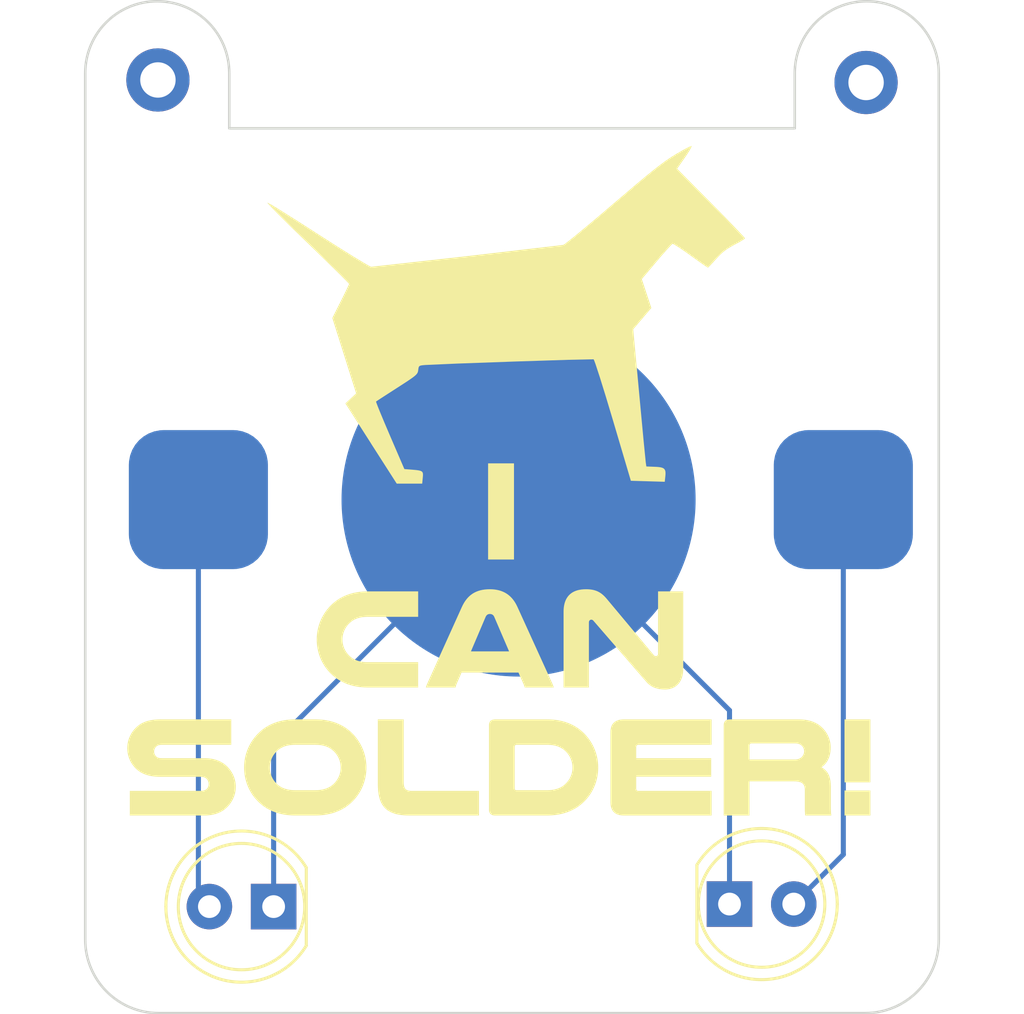
<source format=kicad_pcb>
(kicad_pcb (version 20240108) (generator "pcbnew") (generator_version "8.0")
  (layers (0 "F.Cu" signal) (31 "B.Cu" signal) (34 "B.Paste" user) (35 "F.Paste" user) (36 "B.SilkS" user "B.Silkscreen") (37 "F.SilkS" user "F.Silkscreen") (38 "B.Mask" user) (39 "F.Mask" user) (44 "Edge.Cuts" user))
  (net 0 "")
  (net 1 "GND")
  (net 2 "VCC")
  (footprint "Connector_PinHeader_1.00mm:PinHeader_1x01_P1.00mm_Vertical" (layer "F.Cu") (at 154.8 53.9)
    (property "Reference" "J3" (hide yes))
    (property "Value" "Conn_01x01_Pin")
  )
  (footprint "LED_THT:LED_D5.0mm" (layer "F.Cu") (at 149.4 86.4)
    (property "Reference" "D2" (hide yes))
    (property "Value" "LED" (hide yes))
  )
  (footprint "LED_THT:LED_D5.0mm" (layer "F.Cu") (at 131.375 86.5 180)
    (property "Reference" "D1" (hide yes))
    (property "Value" "LED")
  )
  (footprint "Connector_PinHeader_1.00mm:PinHeader_1x01_P1.00mm_Vertical" (layer "F.Cu") (at 126.8 53.8)
    (property "Reference" "J2" (hide yes))
    (property "Value" "Conn_01x01_Pin")
  )
  (footprint "CDOG:CR2032_Battery_Holder_from_switch" (layer "F.Cu") (at 141.15 70.4)
    (property "Reference" "J1" (hide yes))
    (property "Value" "Conn_01x03_Pin")
  )
  (gr_poly (pts (xy 143.788272 73.946523) (xy 143.851285 73.950039) (xy 143.911562 73.956061) (xy 143.969317 73.964719) (xy 144.024765 73.976147) (xy 144.07812 73.990475) (xy 144.129595 74.007836) (xy 144.179406 74.028361) (xy 144.227767 74.052183) (xy 144.274891 74.079433) (xy 144.320993 74.110243) (xy 144.366288 74.144745) (xy 144.41099 74.18307) (xy 144.455312 74.225352) (xy 144.499469 74.271721) (xy 144.543676 74.322309) (xy 146.400192 76.544496) (xy 146.402845 76.548092) (xy 146.405531 76.551496) (xy 146.408247 76.554712) (xy 146.410993 76.557745) (xy 146.413768 76.560601) (xy 146.416571 76.563284) (xy 146.4194 76.5658) (xy 146.422255 76.568155) (xy 146.425135 76.570352) (xy 146.428039 76.572398) (xy 146.433913 76.576056) (xy 146.43987 76.579169) (xy 146.445901 76.581779) (xy 146.451997 76.583928) (xy 146.458152 76.585655) (xy 146.464356 76.587004) (xy 146.470602 76.588015) (xy 146.47688 76.588729) (xy 146.483183 76.589188) (xy 146.489504 76.589433) (xy 146.495832 76.589506) (xy 146.504134 76.58911) (xy 146.508176 76.588616) (xy 146.512139 76.587923) (xy 146.51602 76.587033) (xy 146.519814 76.585946) (xy 146.523518 76.58466) (xy 146.527127 76.583177) (xy 146.530637 76.581496) (xy 146.534044 76.579617) (xy 146.537343 76.57754) (xy 146.540532 76.575266) (xy 146.543605 76.572794) (xy 146.546559 76.570124) (xy 146.549389 76.567256) (xy 146.552091 76.564191) (xy 146.554661 76.560927) (xy 146.557096 76.557466) (xy 146.55939 76.553807) (xy 146.56154 76.549951) (xy 146.563542 76.545896) (xy 146.565391 76.541644) (xy 146.567083 76.537194) (xy 146.568615 76.532546) (xy 146.569983 76.5277) (xy 146.571181 76.522657) (xy 146.572206 76.517416) (xy 146.573054 76.511977) (xy 146.573721 76.50634) (xy 146.574202 76.500505) (xy 146.574592 76.488243) (xy 146.574592 74.029767) (xy 147.57036 74.029767) (xy 147.570356 77.095828) (xy 147.56936 77.148655) (xy 147.566411 77.199554) (xy 147.561567 77.248541) (xy 147.554885 77.295632) (xy 147.546423 77.340845) (xy 147.536239 77.384195) (xy 147.52439 77.425699) (xy 147.510933 77.465373) (xy 147.495928 77.503235) (xy 147.479431 77.5393) (xy 147.4615 77.573585) (xy 147.442193 77.606106) (xy 147.421568 77.63688) (xy 147.399681 77.665924) (xy 147.376591 77.693254) (xy 147.352356 77.718886) (xy 147.327033 77.742836) (xy 147.30068 77.765123) (xy 147.273354 77.785761) (xy 147.245114 77.804767) (xy 147.216017 77.822158) (xy 147.18612 77.83795) (xy 147.155482 77.85216) (xy 147.124159 77.864805) (xy 147.092211 77.8759) (xy 147.059693 77.885462) (xy 147.026665 77.893508) (xy 146.993183 77.900054) (xy 146.959306 77.905116) (xy 146.925091 77.908712) (xy 146.890596 77.910858) (xy 146.855879 77.911569) (xy 146.796672 77.910507) (xy 146.739286 77.907295) (xy 146.683697 77.90189) (xy 146.629879 77.894252) (xy 146.577809 77.88434) (xy 146.527461 77.872112) (xy 146.478811 77.857527) (xy 146.431834 77.840544) (xy 146.386505 77.821122) (xy 146.342799 77.799219) (xy 146.300692 77.774794) (xy 146.260159 77.747806) (xy 146.221175 77.718215) (xy 146.183716 77.685978) (xy 146.147757 77.651054) (xy 146.113273 77.613403) (xy 144.026102 75.199933) (xy 144.020826 75.193803) (xy 144.015542 75.188068) (xy 144.010242 75.182728) (xy 144.004917 75.177784) (xy 143.999559 75.173235) (xy 143.99416 75.169082) (xy 143.988711 75.165324) (xy 143.983205 75.161962) (xy 143.977633 75.158995) (xy 143.971986 75.156424) (xy 143.966258 75.154248) (xy 143.960439 75.152468) (xy 143.954521 75.151083) (xy 143.948496 75.150094) (xy 143.942356 75.149501) (xy 143.936092 75.149303) (xy 143.931363 75.149418) (xy 143.926674 75.149762) (xy 143.922033 75.150332) (xy 143.917446 75.151127) (xy 143.912921 75.152144) (xy 143.908465 75.153382) (xy 143.904085 75.154838) (xy 143.899789 75.156511) (xy 143.895583 75.158397) (xy 143.891475 75.160496) (xy 143.887472 75.162806) (xy 143.883581 75.165323) (xy 143.87981 75.168046) (xy 143.876166 75.170973) (xy 143.872655 75.174102) (xy 143.869285 75.177431) (xy 143.866064 75.180958) (xy 143.862999 75.18468) (xy 143.860096 75.188597) (xy 143.857363 75.192704) (xy 143.854808 75.197002) (xy 143.852436 75.201486) (xy 143.850257 75.206156) (xy 143.848276 75.21101) (xy 143.846501 75.216045) (xy 143.844939 75.221259) (xy 143.843598 75.22665) (xy 143.842485 75.232217) (xy 143.841606 75.237956) (xy 143.84097 75.243867) (xy 143.840583 75.249946) (xy 143.840452 75.256193) (xy 143.840452 77.832809) (xy 142.839059 77.832809) (xy 142.839059 74.834257) (xy 142.84014 74.774785) (xy 142.843354 74.717657) (xy 142.84866 74.662843) (xy 142.856014 74.610312) (xy 142.865375 74.560036) (xy 142.8767 74.511983) (xy 142.889947 74.466125) (xy 142.905075 74.42243) (xy 142.92204 74.380871) (xy 142.9408 74.341415) (xy 142.961314 74.304035) (xy 142.983539 74.268699) (xy 143.007433 74.235378) (xy 143.032953 74.204042) (xy 143.060057 74.174661) (xy 143.088704 74.147206) (xy 143.11885 74.121646) (xy 143.150454 74.097951) (xy 143.183474 74.076093) (xy 143.217866 74.05604) (xy 143.25359 74.037762) (xy 143.290602 74.021231) (xy 143.32886 74.006416) (xy 143.368323 73.993288) (xy 143.408948 73.981816) (xy 143.450692 73.97197) (xy 143.537372 73.957039) (xy 143.628023 73.948255) (xy 143.722309 73.945381)) (stroke (width -0.000001)) (fill solid) (layer "F.SilkS"))
  (gr_poly (pts (xy 142.189274 79.092988) (xy 142.302415 79.095212) (xy 142.411921 79.101812) (xy 142.517851 79.11268) (xy 142.620263 79.12771) (xy 142.719213 79.146795) (xy 142.81476 79.169827) (xy 142.90696 79.196699) (xy 142.995873 79.227304) (xy 143.081555 79.261535) (xy 143.164065 79.299286) (xy 143.243459 79.340448) (xy 143.319796 79.384914) (xy 143.393133 79.432579) (xy 143.463529 79.483333) (xy 143.53104 79.537071) (xy 143.595724 79.593685) (xy 143.664726 79.66084) (xy 143.730292 79.731406) (xy 143.792282 79.805237) (xy 143.850555 79.882182) (xy 143.904971 79.962094) (xy 143.95539 80.044825) (xy 144.001673 80.130225) (xy 144.043678 80.218148) (xy 144.081266 80.308443) (xy 144.114297 80.400964) (xy 144.142631 80.495562) (xy 144.166127 80.592088) (xy 144.184646 80.690393) (xy 144.198047 80.790331) (xy 144.206191 80.891752) (xy 144.208936 80.994508) (xy 144.206777 81.087779) (xy 144.200366 81.179764) (xy 144.189801 81.270365) (xy 144.175182 81.359482) (xy 144.156607 81.447017) (xy 144.134175 81.532871) (xy 144.107986 81.616945) (xy 144.078137 81.699139) (xy 144.044728 81.779357) (xy 144.007859 81.857497) (xy 143.967626 81.933462) (xy 143.924131 82.007152) (xy 143.877471 82.078469) (xy 143.827745 82.147314) (xy 143.775052 82.213587) (xy 143.719492 82.277191) (xy 143.652305 82.347183) (xy 143.581517 82.413615) (xy 143.507086 82.476356) (xy 143.428972 82.535273) (xy 143.347133 82.590234) (xy 143.261528 82.641108) (xy 143.172116 82.687763) (xy 143.078854 82.730066) (xy 142.981704 82.767886) (xy 142.880622 82.801092) (xy 142.775568 82.829551) (xy 142.666501 82.853131) (xy 142.55338 82.871701) (xy 142.436162 82.885128) (xy 142.314808 82.893281) (xy 142.189275 82.896028) (xy 140.135858 82.896028) (xy 140.106193 82.895104) (xy 140.092055 82.893947) (xy 140.078381 82.892325) (xy 140.065174 82.890238) (xy 140.052432 82.887684) (xy 140.040159 82.884662) (xy 140.028354 82.881172) (xy 140.017019 82.877212) (xy 140.006154 82.872781) (xy 139.995762 82.867879) (xy 139.985842 82.862503) (xy 139.976396 82.856654) (xy 139.967425 82.85033) (xy 139.958929 82.84353) (xy 139.950911 82.836253) (xy 139.943371 82.828498) (xy 139.936309 82.820264) (xy 139.929728 82.81155) (xy 139.923628 82.802355) (xy 139.918009 82.792678) (xy 139.912874 82.782517) (xy 139.908223 82.771873) (xy 139.904058 82.760743) (xy 139.900378 82.749127) (xy 139.897186 82.737024) (xy 139.894482 82.724433) (xy 139.892267 82.711352) (xy 139.890543 82.697781) (xy 139.88931 82.683718) (xy 139.88857 82.669163) (xy 139.888323 82.654115) (xy 139.888323 80.178768) (xy 140.906591 80.178768) (xy 140.906591 81.815875) (xy 140.906856 81.826031) (xy 140.907189 81.830818) (xy 140.907657 81.835413) (xy 140.908261 81.839818) (xy 140.909002 81.844036) (xy 140.909881 81.848068) (xy 140.910899 81.851917) (xy 140.912057 81.855584) (xy 140.913357 81.859073) (xy 140.914798 81.862384) (xy 140.916383 81.86552) (xy 140.918112 81.868483) (xy 140.919986 81.871274) (xy 140.922006 81.873897) (xy 140.924174 81.876353) (xy 140.92649 81.878645) (xy 140.928956 81.880773) (xy 140.931572 81.882741) (xy 140.934339 81.88455) (xy 140.937258 81.886202) (xy 140.940332 81.8877) (xy 140.943559 81.889046) (xy 140.946943 81.890241) (xy 140.950482 81.891288) (xy 140.95418 81.892188) (xy 140.958035 81.892945) (xy 140.962051 81.893559) (xy 140.966227 81.894033) (xy 140.970565 81.894369) (xy 140.97973 81.894636) (xy 142.189277 81.894636) (xy 142.255412 81.893328) (xy 142.318835 81.889449) (xy 142.379605 81.883065) (xy 142.437779 81.874242) (xy 142.493415 81.863045) (xy 142.54657 81.849541) (xy 142.597302 81.833795) (xy 142.645669 81.815874) (xy 142.691729 81.795843) (xy 142.735539 81.773769) (xy 142.777157 81.749716) (xy 142.816641 81.723752) (xy 142.854048 81.695941) (xy 142.889436 81.666351) (xy 142.922862 81.635047) (xy 142.954385 81.602094) (xy 142.981144 81.571909) (xy 143.006534 81.540463) (xy 143.030507 81.507814) (xy 143.053013 81.474019) (xy 143.074003 81.439137) (xy 143.093427 81.403224) (xy 143.111235 81.366339) (xy 143.127379 81.328539) (xy 143.141808 81.289882) (xy 143.154475 81.250426) (xy 143.165328 81.210228) (xy 143.174318 81.169346) (xy 143.181397 81.127838) (xy 143.186514 81.085762) (xy 143.189621 81.043174) (xy 143.190668 81.000133) (xy 143.189425 80.952877) (xy 143.185734 80.906098) (xy 143.179654 80.85988) (xy 143.171241 80.814305) (xy 143.160554 80.769455) (xy 143.14765 80.725413) (xy 143.132587 80.682261) (xy 143.115423 80.640081) (xy 143.096215 80.598956) (xy 143.07502 80.558968) (xy 143.051898 80.5202) (xy 143.026904 80.482735) (xy 143.000098 80.446653) (xy 142.971536 80.412038) (xy 142.941277 80.378973) (xy 142.909378 80.347539) (xy 142.878175 80.319728) (xy 142.84567 80.293292) (xy 142.811747 80.268291) (xy 142.776292 80.244781) (xy 142.739189 80.22282) (xy 142.700322 80.202467) (xy 142.659576 80.183777) (xy 142.616836 80.166811) (xy 142.571986 80.151624) (xy 142.524911 80.138275) (xy 142.475496 80.126821) (xy 142.423625 80.117321) (xy 142.369183 80.109831) (xy 142.312054 80.10441) (xy 142.252123 80.101115) (xy 142.189275 80.100004) (xy 140.97973 80.100007) (xy 140.970564 80.100274) (xy 140.962048 80.101084) (xy 140.958032 80.101698) (xy 140.954176 80.102455) (xy 140.950478 80.103355) (xy 140.946938 80.104402) (xy 140.943555 80.105597) (xy 140.940327 80.106943) (xy 140.937254 80.108441) (xy 140.934335 80.110094) (xy 140.931567 80.111903) (xy 140.928952 80.113871) (xy 140.926487 80.115999) (xy 140.924171 80.11829) (xy 140.922003 80.120746) (xy 140.919983 80.123369) (xy 140.918109 80.126161) (xy 140.91638 80.129124) (xy 140.914796 80.13226) (xy 140.913355 80.135571) (xy 140.912056 80.139059) (xy 140.910898 80.142727) (xy 140.90988 80.146576) (xy 140.909001 80.150608) (xy 140.90826 80.154826) (xy 140.907657 80.159231) (xy 140.906856 80.168612) (xy 140.906591 80.178768) (xy 139.888323 80.178768) (xy 139.888323 79.329271) (xy 139.88857 79.314734) (xy 139.88931 79.300658) (xy 139.890543 79.287044) (xy 139.892267 79.273891) (xy 139.894482 79.2612) (xy 139.897186 79.248971) (xy 139.900378 79.237202) (xy 139.904057 79.225896) (xy 139.908223 79.215051) (xy 139.912874 79.204667) (xy 139.918009 79.194745) (xy 139.923627 79.185284) (xy 139.929727 79.176285) (xy 139.936308 79.167748) (xy 139.943369 79.159672) (xy 139.95091 79.152057) (xy 139.958928 79.144904) (xy 139.967423 79.138212) (xy 139.976394 79.131982) (xy 139.98584 79.126214) (xy 139.99576 79.120906) (xy 140.006153 79.116061) (xy 140.017017 79.111677) (xy 140.028352 79.107754) (xy 140.040157 79.104293) (xy 140.052431 79.101293) (xy 140.065172 79.098755) (xy 140.07838 79.096678) (xy 140.092054 79.095063) (xy 140.106192 79.093909) (xy 140.135858 79.092986)) (stroke (width -0.000001)) (fill solid) (layer "F.SilkS"))
  (gr_poly (pts (xy 140.016394 73.948086) (xy 140.063436 73.951472) (xy 140.109475 73.956215) (xy 140.154517 73.962317) (xy 140.198567 73.969782) (xy 140.241633 73.97861) (xy 140.283721 73.988805) (xy 140.324836 74.000367) (xy 140.364985 74.013299) (xy 140.404173 74.027604) (xy 140.442408 74.043283) (xy 140.479695 74.060337) (xy 140.516041 74.078771) (xy 140.551451 74.098584) (xy 140.585932 74.11978) (xy 140.61949 74.142361) (xy 140.652131 74.166328) (xy 140.683862 74.191683) (xy 140.714688 74.218429) (xy 140.744616 74.246568) (xy 140.773652 74.276102) (xy 140.801802 74.307033) (xy 140.829072 74.339362) (xy 140.855469 74.373092) (xy 140.880998 74.408226) (xy 140.905666 74.444764) (xy 140.92948 74.48271) (xy 140.952444 74.522065) (xy 140.974565 74.562831) (xy 141.016306 74.648605) (xy 142.389009 77.664033) (xy 142.399052 77.686745) (xy 142.408171 77.7086) (xy 142.416499 77.729795) (xy 142.424168 77.750529) (xy 142.431309 77.771) (xy 142.438055 77.791404) (xy 142.444538 77.811941) (xy 142.450889 77.832807) (xy 141.303226 77.832807) (xy 141.301051 77.823442) (xy 141.298752 77.814325) (xy 141.296338 77.805438) (xy 141.293817 77.796765) (xy 141.288488 77.779997) (xy 141.282829 77.763889) (xy 141.276907 77.748308) (xy 141.270787 77.733123) (xy 141.258217 77.703412) (xy 141.055689 77.242097) (xy 138.805367 77.242097) (xy 138.608464 77.697788) (xy 138.595977 77.731543) (xy 138.590062 77.74842) (xy 138.584544 77.765297) (xy 138.579554 77.782174) (xy 138.575226 77.799051) (xy 138.573351 77.80749) (xy 138.571691 77.815929) (xy 138.570263 77.824368) (xy 138.569084 77.832807) (xy 137.393292 77.832807) (xy 137.406122 77.791404) (xy 137.412868 77.771) (xy 137.42001 77.750529) (xy 137.42768 77.729794) (xy 137.436009 77.708599) (xy 137.445129 77.686744) (xy 137.455172 77.664033) (xy 138.024133 76.403856) (xy 139.176668 76.403856) (xy 140.684383 76.403856) (xy 140.0993 75.042411) (xy 140.096037 75.034647) (xy 140.092582 75.027177) (xy 140.088939 75.019998) (xy 140.085114 75.013105) (xy 140.081112 75.006498) (xy 140.076938 75.000171) (xy 140.072597 74.994123) (xy 140.068094 74.988349) (xy 140.063435 74.982848) (xy 140.058624 74.977616) (xy 140.053667 74.972649) (xy 140.048569 74.967945) (xy 140.043335 74.963501) (xy 140.03797 74.959313) (xy 140.026868 74.951694) (xy 140.015305 74.945065) (xy 140.003322 74.939399) (xy 139.990959 74.934673) (xy 139.978258 74.930862) (xy 139.965261 74.927941) (xy 139.952008 74.925885) (xy 139.93854 74.92467) (xy 139.9249 74.92427) (xy 139.912312 74.924608) (xy 139.89988 74.925655) (xy 139.88763 74.927459) (xy 139.875585 74.930072) (xy 139.863772 74.933542) (xy 139.85796 74.935613) (xy 139.852214 74.937918) (xy 139.846539 74.940461) (xy 139.840936 74.94325) (xy 139.83541 74.94629) (xy 139.829964 74.949587) (xy 139.824599 74.953148) (xy 139.81932 74.956979) (xy 139.81413 74.961086) (xy 139.809032 74.965476) (xy 139.804028 74.970153) (xy 139.799122 74.975126) (xy 139.794317 74.980399) (xy 139.789616 74.985979) (xy 139.785023 74.991872) (xy 139.780539 74.998085) (xy 139.776169 75.004623) (xy 139.771915 75.011492) (xy 139.767781 75.0187) (xy 139.763769 75.026251) (xy 139.759883 75.034153) (xy 139.756126 75.042411) (xy 139.176668 76.403856) (xy 138.024133 76.403856) (xy 138.816617 74.648605) (xy 138.858235 74.562831) (xy 138.902993 74.48271) (xy 138.950998 74.408226) (xy 139.002356 74.339362) (xy 139.057176 74.276102) (xy 139.115565 74.218429) (xy 139.177629 74.166328) (xy 139.243475 74.11978) (xy 139.313211 74.078771) (xy 139.386944 74.043283) (xy 139.464781 74.013299) (xy 139.546829 73.988805) (xy 139.633195 73.969782) (xy 139.723987 73.956215) (xy 139.819311 73.948086) (xy 139.919275 73.945381)) (stroke (width -0.000001)) (fill solid) (layer "F.SilkS"))
  (gr_poly (pts (xy 148.692693 79.092988) (xy 148.692693 80.100006) (xy 145.801033 80.100006) (xy 145.79533 80.100104) (xy 145.789824 80.1004) (xy 145.784514 80.100891) (xy 145.779399 80.101577) (xy 145.774477 80.102457) (xy 145.769748 80.103529) (xy 145.76521 80.104793) (xy 145.760863 80.106247) (xy 145.756705 80.107891) (xy 145.752736 80.109724) (xy 145.748955 80.111744) (xy 145.74536 80.113951) (xy 145.74195 80.116343) (xy 145.738725 80.118919) (xy 145.735683 80.121679) (xy 145.732823 80.124621) (xy 145.730144 80.127744) (xy 145.727646 80.131047) (xy 145.725327 80.13453) (xy 145.723187 80.138191) (xy 145.721223 80.142029) (xy 145.719436 80.146044) (xy 145.717823 80.150233) (xy 145.716385 80.154596) (xy 145.71512 80.159133) (xy 145.714027 80.163841) (xy 145.713105 80.16872) (xy 145.712353 80.17377) (xy 145.711354 80.184374) (xy 145.711023 80.195646) (xy 145.711023 80.628831) (xy 148.675821 80.628831) (xy 148.675821 81.360185) (xy 145.711025 81.360185) (xy 145.711025 81.8215) (xy 145.711356 81.833763) (xy 145.711771 81.839598) (xy 145.712354 81.845235) (xy 145.713107 81.850674) (xy 145.714029 81.855915) (xy 145.715122 81.860959) (xy 145.716387 81.865804) (xy 145.717825 81.870452) (xy 145.719438 81.874902) (xy 145.721225 81.879155) (xy 145.723189 81.883209) (xy 145.725329 81.887066) (xy 145.727648 81.890725) (xy 145.730146 81.894186) (xy 145.732825 81.897449) (xy 145.735684 81.900514) (xy 145.738726 81.903382) (xy 145.741952 81.906052) (xy 145.745362 81.908524) (xy 145.748957 81.910798) (xy 145.752738 81.912875) (xy 145.756707 81.914754) (xy 145.760865 81.916435) (xy 145.765212 81.917918) (xy 145.76975 81.919204) (xy 145.774479 81.920291) (xy 145.779401 81.921181) (xy 145.784516 81.921873) (xy 145.789826 81.922368) (xy 145.795332 81.922664) (xy 145.801035 81.922763) (xy 148.692695 81.922763) (xy 148.692695 82.896028) (xy 145.227203 82.896028) (xy 145.162793 82.893983) (xy 145.132124 82.891425) (xy 145.10248 82.887842) (xy 145.073861 82.883233) (xy 145.04627 82.877597) (xy 145.019706 82.870933) (xy 144.994172 82.86324) (xy 144.969668 82.854517) (xy 144.946195 82.844762) (xy 144.923754 82.833976) (xy 144.902346 82.822156) (xy 144.881973 82.809302) (xy 144.862635 82.795413) (xy 144.844333 82.780487) (xy 144.827068 82.764525) (xy 144.810842 82.747523) (xy 144.795655 82.729483) (xy 144.781509 82.710402) (xy 144.768404 82.690279) (xy 144.756342 82.669114) (xy 144.745323 82.646906) (xy 144.735348 82.623653) (xy 144.726419 82.599354) (xy 144.718537 82.574009) (xy 144.711702 82.547617) (xy 144.705916 82.520175) (xy 144.70118 82.491684) (xy 144.697495 82.462142) (xy 144.694861 82.431549) (xy 144.69328 82.399902) (xy 144.692753 82.367202) (xy 144.692753 79.604934) (xy 144.69328 79.573272) (xy 144.694862 79.542631) (xy 144.697499 79.51301) (xy 144.701191 79.484408) (xy 144.705938 79.456823) (xy 144.71174 79.430255) (xy 144.718596 79.404703) (xy 144.726508 79.380166) (xy 144.735474 79.356642) (xy 144.745495 79.334131) (xy 144.756571 79.312631) (xy 144.768701 79.292142) (xy 144.781887 79.272662) (xy 144.796127 79.254191) (xy 144.811422 79.236727) (xy 144.827772 79.22027) (xy 144.845177 79.204818) (xy 144.863637 79.190371) (xy 144.883151 79.176926) (xy 144.903721 79.164485) (xy 144.925345 79.153044) (xy 144.948024 79.142604) (xy 144.971758 79.133162) (xy 144.996546 79.124719) (xy 145.02239 79.117274) (xy 145.049288 79.110824) (xy 145.077242 79.105369) (xy 145.106249 79.100909) (xy 145.136312 79.097441) (xy 145.16743 79.094966) (xy 145.23283 79.092986)) (stroke (width -0.000001)) (fill solid) (layer "F.SilkS"))
  (gr_poly (pts (xy 147.898801 56.412349) (xy 147.900007 56.415215) (xy 147.90041 56.41914) (xy 147.900027 56.424096) (xy 147.898875 56.430057) (xy 147.896969 56.436994) (xy 147.890962 56.453688) (xy 147.882139 56.473958) (xy 147.870632 56.497583) (xy 147.856571 56.524343) (xy 147.840089 56.554018) (xy 147.821316 56.586388) (xy 147.800385 56.621231) (xy 147.777426 56.658329) (xy 147.752571 56.69746) (xy 147.725952 56.738404) (xy 147.6977 56.780941) (xy 147.667947 56.824851) (xy 147.636823 56.869913) (xy 147.328672 57.311754) (xy 148.672521 58.669473) (xy 149.19404 59.199508) (xy 149.620663 59.639171) (xy 149.908385 59.942664) (xy 149.986406 60.029034) (xy 150.0132 60.064187) (xy 150.012641 60.066431) (xy 150.01098 60.069218) (xy 150.008247 60.072531) (xy 150.00447 60.076353) (xy 149.993895 60.085463) (xy 149.97948 60.096416) (xy 149.96145 60.10908) (xy 149.940031 60.123326) (xy 149.915448 60.139021) (xy 149.887926 60.156035) (xy 149.824965 60.193493) (xy 149.75295 60.234653) (xy 149.673683 60.278463) (xy 149.588964 60.323877) (xy 149.53065 60.355214) (xy 149.475491 60.385977) (xy 149.423194 60.416394) (xy 149.373465 60.446696) (xy 149.326009 60.477112) (xy 149.280532 60.507873) (xy 149.23674 60.539207) (xy 149.194338 60.571346) (xy 149.153033 60.604518) (xy 149.11253 60.638954) (xy 149.072534 60.674883) (xy 149.032753 60.712535) (xy 148.992891 60.752141) (xy 148.952654 60.793929) (xy 148.911748 60.83813) (xy 148.869878 60.884973) (xy 148.809447 60.952962) (xy 148.751978 61.016361) (xy 148.698806 61.073784) (xy 148.651266 61.123841) (xy 148.610693 61.165144) (xy 148.578423 61.196306) (xy 148.55579 61.215937) (xy 148.548505 61.220995) (xy 148.54413 61.22265) (xy 148.537902 61.220166) (xy 148.525142 61.212877) (xy 148.481437 61.184875) (xy 148.415832 61.140618) (xy 148.331148 61.082078) (xy 148.230202 61.011231) (xy 148.115813 60.930049) (xy 147.857984 60.744577) (xy 147.724661 60.649038) (xy 147.598184 60.560514) (xy 147.481471 60.480901) (xy 147.377441 60.412095) (xy 147.289012 60.355994) (xy 147.219104 60.314494) (xy 147.170634 60.289492) (xy 147.15535 60.28377) (xy 147.14652 60.282884) (xy 147.138135 60.288793) (xy 147.124067 60.301386) (xy 147.104644 60.320321) (xy 147.08019 60.345255) (xy 147.017495 60.411755) (xy 146.938589 60.498152) (xy 146.846079 60.60171) (xy 146.742569 60.719692) (xy 146.630667 60.849365) (xy 146.512979 60.987993) (xy 145.932533 61.677484) (xy 146.121244 62.248239) (xy 146.309913 62.819032) (xy 145.951784 63.239847) (xy 145.593595 63.660859) (xy 145.829027 66.209794) (xy 146.002198 68.058409) (xy 146.08798 68.923639) (xy 146.111574 69.088769) (xy 146.439451 69.102098) (xy 146.508934 69.10514) (xy 146.571114 69.109474) (xy 146.626326 69.115408) (xy 146.674906 69.123245) (xy 146.696814 69.127973) (xy 146.717189 69.133293) (xy 146.736075 69.139241) (xy 146.753512 69.145857) (xy 146.769543 69.153178) (xy 146.784209 69.161243) (xy 146.797553 69.170089) (xy 146.809617 69.179757) (xy 146.820443 69.190282) (xy 146.830071 69.201704) (xy 146.838546 69.214061) (xy 146.845908 69.227392) (xy 146.852199 69.241734) (xy 146.857461 69.257125) (xy 146.861737 69.273604) (xy 146.865069 69.29121) (xy 146.867497 69.309979) (xy 146.869065 69.329952) (xy 146.869786 69.373657) (xy 146.867567 69.422632) (xy 146.862745 69.477182) (xy 146.839559 69.695062) (xy 146.169313 69.675233) (xy 145.49904 69.655412) (xy 144.791248 67.26272) (xy 144.511864 66.332076) (xy 144.274398 65.566842) (xy 144.10397 65.046215) (xy 144.051745 64.902377) (xy 144.025699 64.849389) (xy 143.035844 64.870069) (xy 140.875623 64.939015) (xy 138.629742 65.01938) (xy 137.382906 65.074319) (xy 137.294957 65.081712) (xy 137.259153 65.085477) (xy 137.228253 65.089667) (xy 137.201849 65.094565) (xy 137.179535 65.100455) (xy 137.169783 65.103861) (xy 137.160902 65.107621) (xy 137.152839 65.111771) (xy 137.145543 65.116346) (xy 137.138965 65.121382) (xy 137.133052 65.126914) (xy 137.127754 65.132978) (xy 137.12302 65.139609) (xy 137.118799 65.146843) (xy 137.11504 65.154715) (xy 137.111693 65.163261) (xy 137.108706 65.172516) (xy 137.103608 65.193295) (xy 137.099341 65.217336) (xy 137.091668 65.276338) (xy 137.087409 65.30708) (xy 137.084752 65.321538) (xy 137.081572 65.335532) (xy 137.07774 65.349169) (xy 137.073129 65.362559) (xy 137.067609 65.37581) (xy 137.061051 65.38903) (xy 137.053328 65.402327) (xy 137.044311 65.41581) (xy 137.033871 65.429587) (xy 137.02188 65.443767) (xy 137.008208 65.458458) (xy 136.992729 65.473768) (xy 136.975312 65.489806) (xy 136.95583 65.50668) (xy 136.934154 65.524498) (xy 136.910155 65.543369) (xy 136.883705 65.563401) (xy 136.854675 65.584703) (xy 136.822938 65.607382) (xy 136.788363 65.631548) (xy 136.71019 65.684771) (xy 136.619127 65.745239) (xy 136.514146 65.81382) (xy 136.258319 65.978784) (xy 135.678572 66.352841) (xy 135.497271 66.47114) (xy 135.424818 66.519937) (xy 135.425523 66.529235) (xy 135.432031 66.551682) (xy 135.46132 66.633304) (xy 135.510422 66.759365) (xy 135.577073 66.92443) (xy 135.753968 67.349827) (xy 135.973898 67.866006) (xy 136.544583 69.192125) (xy 136.801404 69.211954) (xy 136.960808 69.225591) (xy 137.025702 69.232483) (xy 137.081552 69.239983) (xy 137.128979 69.248512) (xy 137.168602 69.258487) (xy 137.185681 69.264149) (xy 137.201042 69.27033) (xy 137.214762 69.277083) (xy 137.226919 69.28446) (xy 137.237591 69.292514) (xy 137.246855 69.301297) (xy 137.254788 69.310862) (xy 137.261469 69.32126) (xy 137.266974 69.332545) (xy 137.271382 69.344769) (xy 137.27477 69.357984) (xy 137.277215 69.372243) (xy 137.279587 69.404103) (xy 137.27912 69.440768) (xy 137.276434 69.482657) (xy 137.27215 69.530191) (xy 137.249086 69.767908) (xy 136.745266 69.767908) (xy 136.241448 69.767297) (xy 135.226743 68.182573) (xy 135.227105 68.180444) (xy 134.212402 66.595735) (xy 134.424316 66.397394) (xy 134.636249 66.19893) (xy 134.165662 64.707986) (xy 133.69508 63.216874) (xy 134.024816 62.561998) (xy 134.152944 62.304665) (xy 134.25805 62.088044) (xy 134.329276 61.934907) (xy 134.348791 61.889262) (xy 134.355766 61.868028) (xy 134.347395 61.855933) (xy 134.322557 61.828074) (xy 134.226845 61.728395) (xy 134.075355 61.57565) (xy 133.874814 61.376499) (xy 133.353485 60.865618) (xy 132.716669 60.249032) (xy 132.08394 59.634314) (xy 131.573717 59.128605) (xy 131.238091 58.784251) (xy 131.15203 58.68894) (xy 131.132285 58.663363) (xy 131.129151 58.653596) (xy 131.13443 58.654066) (xy 131.144746 58.657874) (xy 131.179967 58.675171) (xy 131.30514 58.746159) (xy 131.496369 58.86124) (xy 131.745351 59.01509) (xy 132.383372 59.417811) (xy 133.152794 59.911744) (xy 133.926826 60.4066) (xy 134.577393 60.812301) (xy 135.036179 61.086953) (xy 135.172304 61.162044) (xy 135.213315 61.181739) (xy 135.234867 61.188661) (xy 138.991023 60.771423) (xy 142.825742 60.32451) (xy 142.846098 60.31385) (xy 142.884838 60.287304) (xy 143.013439 60.189836) (xy 143.203479 60.038661) (xy 143.446891 59.840334) (xy 143.735607 59.601412) (xy 144.061561 59.328448) (xy 144.416685 59.027999) (xy 144.792913 58.706621) (xy 145.745404 57.895737) (xy 146.10628 57.595376) (xy 146.406746 57.351949) (xy 146.659177 57.155616) (xy 146.87595 56.996536) (xy 147.069444 56.864871) (xy 147.252033 56.75078) (xy 147.372887 56.679325) (xy 147.487532 56.613343) (xy 147.59332 56.554231) (xy 147.687606 56.503384) (xy 147.767741 56.462198) (xy 147.831079 56.43207) (xy 147.874973 56.414395) (xy 147.888801 56.410664) (xy 147.896776 56.41057)) (stroke (width -0.000001)) (fill solid) (layer "F.SilkS"))
  (gr_poly (pts (xy 137.08949 75.036783) (xy 135.097956 75.036783) (xy 135.035108 75.037894) (xy 134.975178 75.041189) (xy 134.918049 75.04661) (xy 134.863606 75.0541) (xy 134.811735 75.0636) (xy 134.76232 75.075054) (xy 134.715245 75.088403) (xy 134.670395 75.10359) (xy 134.627655 75.120556) (xy 134.586909 75.139246) (xy 134.548042 75.159599) (xy 134.510939 75.18156) (xy 134.475484 75.20507) (xy 134.441561 75.230071) (xy 134.409056 75.256507) (xy 134.377853 75.284318) (xy 134.345954 75.315752) (xy 134.315695 75.348818) (xy 134.287133 75.383432) (xy 134.260327 75.419514) (xy 134.235333 75.45698) (xy 134.212211 75.495748) (xy 134.191017 75.535736) (xy 134.171808 75.576861) (xy 134.154644 75.619041) (xy 134.139581 75.662193) (xy 134.126677 75.706235) (xy 134.11599 75.751085) (xy 134.107577 75.79666) (xy 134.101497 75.842878) (xy 134.097806 75.889656) (xy 134.096563 75.936912) (xy 134.09761 75.979953) (xy 134.100716 76.022541) (xy 134.105834 76.064617) (xy 134.112913 76.106125) (xy 134.121904 76.147007) (xy 134.132757 76.187205) (xy 134.145424 76.226661) (xy 134.159854 76.265318) (xy 134.175998 76.303118) (xy 134.193806 76.340003) (xy 134.21323 76.375916) (xy 134.23422 76.410798) (xy 134.256726 76.444593) (xy 134.280699 76.477242) (xy 134.306089 76.508688) (xy 134.332847 76.538873) (xy 134.36437 76.571826) (xy 134.397797 76.60313) (xy 134.433184 76.63272) (xy 134.470591 76.660531) (xy 134.510075 76.686495) (xy 134.551693 76.710548) (xy 134.595503 76.732622) (xy 134.641563 76.752653) (xy 134.68993 76.770575) (xy 134.740663 76.78632) (xy 134.793818 76.799824) (xy 134.849454 76.811021) (xy 134.907628 76.819844) (xy 134.968398 76.826228) (xy 135.031822 76.830107) (xy 135.097956 76.831415) (xy 137.08949 76.831415) (xy 137.08949 77.832805) (xy 135.097956 77.832805) (xy 134.972424 77.830058) (xy 134.851069 77.821905) (xy 134.733852 77.808478) (xy 134.62073 77.789908) (xy 134.511663 77.766328) (xy 134.406609 77.73787) (xy 134.305527 77.704664) (xy 134.208376 77.666844) (xy 134.115115 77.62454) (xy 134.025703 77.577886) (xy 133.940097 77.527012) (xy 133.858258 77.472051) (xy 133.780144 77.413134) (xy 133.705713 77.350393) (xy 133.634925 77.28396) (xy 133.567738 77.213968) (xy 133.512178 77.150365) (xy 133.459486 77.084091) (xy 133.40976 77.015247) (xy 133.3631 76.94393) (xy 133.319604 76.87024) (xy 133.279372 76.794275) (xy 133.242502 76.716134) (xy 133.209093 76.635917) (xy 133.179245 76.553722) (xy 133.153055 76.469648) (xy 133.130623 76.383794) (xy 133.112048 76.296259) (xy 133.097429 76.207142) (xy 133.086864 76.116541) (xy 133.080453 76.024556) (xy 133.078293 75.931285) (xy 133.081039 75.82853) (xy 133.089183 75.727109) (xy 133.102584 75.627171) (xy 133.121102 75.528866) (xy 133.144599 75.43234) (xy 133.172932 75.337743) (xy 133.205963 75.245222) (xy 133.243552 75.154926) (xy 133.285557 75.067004) (xy 133.331839 74.981603) (xy 133.382259 74.898873) (xy 133.436675 74.81896) (xy 133.494948 74.742015) (xy 133.556937 74.668184) (xy 133.622504 74.597617) (xy 133.691506 74.530462) (xy 133.75619 74.473848) (xy 133.823701 74.42011) (xy 133.894097 74.369356) (xy 133.967434 74.321691) (xy 134.043771 74.277225) (xy 134.123166 74.236063) (xy 134.205675 74.198313) (xy 134.291357 74.164081) (xy 134.38027 74.133476) (xy 134.472471 74.106604) (xy 134.568017 74.083572) (xy 134.666968 74.064487) (xy 134.769379 74.049457) (xy 134.875309 74.038589) (xy 134.984815 74.031989) (xy 135.097956 74.029765) (xy 137.08949 74.029765)) (stroke (width -0.000001)) (fill solid) (layer "F.SilkS"))
  (gr_poly (pts (xy 154.971096 81.905887) (xy 154.971096 82.896028) (xy 153.9472 82.896028) (xy 153.9472 81.905885)) (stroke (width -0.000001)) (fill solid) (layer "F.SilkS"))
  (gr_poly (pts (xy 140.878463 72.769588) (xy 139.854568 72.769588) (xy 139.854568 68.966546) (xy 140.878463 68.966546)) (stroke (width -0.000001)) (fill solid) (layer "F.SilkS"))
  (gr_poly (pts (xy 152.210028 79.09462) (xy 152.29178 79.099458) (xy 152.369808 79.107412) (xy 152.444226 79.11839) (xy 152.51515 79.132302) (xy 152.582695 79.149057) (xy 152.646977 79.168565) (xy 152.708111 79.190734) (xy 152.766212 79.215475) (xy 152.821396 79.242696) (xy 152.873778 79.272307) (xy 152.923474 79.304217) (xy 152.970598 79.338336) (xy 153.015267 79.374572) (xy 153.057595 79.412836) (xy 153.097698 79.453037) (xy 153.131704 79.490736) (xy 153.164054 79.529952) (xy 153.194673 79.570618) (xy 153.223487 79.612669) (xy 153.250423 79.656038) (xy 153.275405 79.70066) (xy 153.29836 79.746468) (xy 153.319214 79.793398) (xy 153.337892 79.841382) (xy 153.35432 79.890355) (xy 153.368424 79.940251) (xy 153.38013 79.991004) (xy 153.389364 80.042548) (xy 153.396052 80.094818) (xy 153.400119 80.147746) (xy 153.401491 80.201269) (xy 153.400414 80.258014) (xy 153.397096 80.314258) (xy 153.391404 80.369891) (xy 153.383207 80.424807) (xy 153.372373 80.478899) (xy 153.35877 80.53206) (xy 153.342267 80.584182) (xy 153.32273 80.635159) (xy 153.300029 80.684884) (xy 153.274032 80.733248) (xy 153.244607 80.780146) (xy 153.228567 80.803011) (xy 153.211621 80.82547) (xy 153.193752 80.847508) (xy 153.174943 80.869112) (xy 153.155179 80.890269) (xy 153.134442 80.910966) (xy 153.112716 80.931189) (xy 153.089985 80.950925) (xy 153.066232 80.97016) (xy 153.041441 80.988881) (xy 153.087267 81.018) (xy 153.129838 81.048568) (xy 153.169195 81.08085) (xy 153.20538 81.115111) (xy 153.238433 81.151613) (xy 153.268395 81.19062) (xy 153.295309 81.232396) (xy 153.319214 81.277204) (xy 153.340153 81.325309) (xy 153.358166 81.376974) (xy 153.373295 81.432463) (xy 153.385581 81.492039) (xy 153.395065 81.555967) (xy 153.401788 81.62451) (xy 153.405792 81.697931) (xy 153.407118 81.776494) (xy 153.407118 82.535978) (xy 153.407381 82.593905) (xy 153.408173 82.646032) (xy 153.409492 82.693411) (xy 153.411339 82.737099) (xy 153.413713 82.778149) (xy 153.416614 82.817618) (xy 153.420042 82.856559) (xy 153.423998 82.896028) (xy 152.394478 82.896028) (xy 152.390514 82.864382) (xy 152.387081 82.832737) (xy 152.38418 82.801092) (xy 152.381807 82.769447) (xy 152.379964 82.737802) (xy 152.378649 82.706156) (xy 152.37786 82.674511) (xy 152.377597 82.642866) (xy 152.377597 81.883382) (xy 152.376198 81.839726) (xy 152.371939 81.799424) (xy 152.368708 81.780508) (xy 152.364729 81.762402) (xy 152.35999 81.745098) (xy 152.354479 81.728586) (xy 152.348185 81.712857) (xy 152.341097 81.697901) (xy 152.333204 81.68371) (xy 152.324493 81.670273) (xy 152.314954 81.657583) (xy 152.304576 81.645629) (xy 152.293347 81.634402) (xy 152.281256 81.623893) (xy 152.268291 81.614093) (xy 152.254441 81.604993) (xy 152.239695 81.596582) (xy 152.224042 81.588853) (xy 152.20747 81.581795) (xy 152.189967 81.5754) (xy 152.171523 81.569657) (xy 152.152126 81.564558) (xy 152.110428 81.556256) (xy 152.064783 81.550417) (xy 152.0151 81.546968) (xy 151.961288 81.545835) (xy 150.189161 81.545835) (xy 150.189161 82.896028) (xy 149.17089 82.896028) (xy 149.17089 80.128133) (xy 150.189161 80.128133) (xy 150.189161 80.679462) (xy 151.98942 80.679458) (xy 152.002441 80.679311) (xy 152.01514 80.678872) (xy 152.027521 80.678146) (xy 152.039591 80.67714) (xy 152.051356 80.675857) (xy 152.062822 80.674304) (xy 152.073996 80.672484) (xy 152.084883 80.670405) (xy 152.095491 80.668069) (xy 152.105824 80.665484) (xy 152.115889 80.662653) (xy 152.125693 80.659582) (xy 152.135241 80.656276) (xy 152.14454 80.652741) (xy 152.153596 80.648981) (xy 152.162415 80.645001) (xy 152.179367 80.636405) (xy 152.195445 80.626992) (xy 152.210699 80.616805) (xy 152.225178 80.605885) (xy 152.238932 80.594271) (xy 152.25201 80.582007) (xy 152.264462 80.569133) (xy 152.276336 80.55569) (xy 152.284575 80.545011) (xy 152.292402 80.534076) (xy 152.2998 80.522895) (xy 152.306753 80.511474) (xy 152.313244 80.499822) (xy 152.319258 80.487948) (xy 152.324777 80.475859) (xy 152.329785 80.463565) (xy 152.334265 80.451073) (xy 152.338202 80.438391) (xy 152.341578 80.425529) (xy 152.344377 80.412493) (xy 152.346583 80.399293) (xy 152.348179 80.385936) (xy 152.349149 80.372432) (xy 152.349476 80.358787) (xy 152.349146 80.344025) (xy 152.348157 80.329296) (xy 152.346509 80.314633) (xy 152.344201 80.300068) (xy 152.341234 80.285636) (xy 152.337608 80.271368) (xy 152.333322 80.257298) (xy 152.328377 80.243459) (xy 152.322773 80.229884) (xy 152.31651 80.216605) (xy 152.309587 80.203656) (xy 152.302005 80.191069) (xy 152.293764 80.178878) (xy 152.284864 80.167115) (xy 152.275304 80.155814) (xy 152.265085 80.145008) (xy 152.254139 80.133672) (xy 152.242395 80.122888) (xy 152.229842 80.112682) (xy 152.216474 80.103077) (xy 152.202282 80.094098) (xy 152.187257 80.085771) (xy 152.171392 80.078119) (xy 152.154678 80.071168) (xy 152.137107 80.064942) (xy 152.118671 80.059466) (xy 152.099361 80.054764) (xy 152.079169 80.050863) (xy 152.058087 80.047785) (xy 152.036107 80.045555) (xy 152.013221 80.0442) (xy 151.98942 80.043743) (xy 150.273552 80.043743) (xy 150.26836 80.043841) (xy 150.263332 80.044134) (xy 150.25847 80.044619) (xy 150.253772 80.045292) (xy 150.24924 80.046151) (xy 150.244872 80.047192) (xy 150.240669 80.048412) (xy 150.23663 80.049809) (xy 150.232757 80.051378) (xy 150.229048 80.053118) (xy 150.225505 80.055024) (xy 150.222126 80.057094) (xy 150.218912 80.059325) (xy 150.215862 80.061714) (xy 150.212978 80.064257) (xy 150.210258 80.066951) (xy 150.207704 80.069794) (xy 150.205314 80.072782) (xy 150.203089 80.075912) (xy 150.201028 80.079182) (xy 150.199133 80.082587) (xy 150.197402 80.086125) (xy 150.195836 80.089793) (xy 150.194435 80.093587) (xy 150.193199 80.097506) (xy 150.192128 80.101544) (xy 150.191221 80.1057) (xy 150.19048 80.109971) (xy 150.189903 80.114352) (xy 150.189491 80.118842) (xy 150.189161 80.128133) (xy 149.17089 80.128133) (xy 149.17089 79.329271) (xy 149.171138 79.314734) (xy 149.171879 79.300658) (xy 149.173116 79.287044) (xy 149.174846 79.273891) (xy 149.177071 79.2612) (xy 149.179791 79.248971) (xy 149.183005 79.237202) (xy 149.186713 79.225896) (xy 149.190916 79.215051) (xy 149.195613 79.204667) (xy 149.200805 79.194745) (xy 149.206491 79.185284) (xy 149.212672 79.176285) (xy 149.219347 79.167748) (xy 149.226517 79.159672) (xy 149.234181 79.152057) (xy 149.242339 79.144904) (xy 149.250992 79.138212) (xy 149.260139 79.131982) (xy 149.269781 79.126214) (xy 149.279918 79.120906) (xy 149.290548 79.116061) (xy 149.301674 79.111677) (xy 149.313293 79.107754) (xy 149.325407 79.104293) (xy 149.338016 79.101293) (xy 149.351119 79.098755) (xy 149.364716 79.096678) (xy 149.378808 79.095063) (xy 149.393395 79.093909) (xy 149.424051 79.092986) (xy 152.124435 79.092986)) (stroke (width -0.000001)) (fill solid) (layer "F.SilkS"))
  (gr_poly (pts (xy 133.137991 79.095212) (xy 133.247497 79.101812) (xy 133.353427 79.11268) (xy 133.455839 79.12771) (xy 133.554789 79.146795) (xy 133.650335 79.169827) (xy 133.742536 79.196699) (xy 133.831449 79.227304) (xy 133.917131 79.261535) (xy 133.99964 79.299286) (xy 134.079035 79.340448) (xy 134.155372 79.384914) (xy 134.228709 79.432579) (xy 134.299104 79.483333) (xy 134.366615 79.537071) (xy 134.4313 79.593685) (xy 134.500302 79.66084) (xy 134.565868 79.731406) (xy 134.627858 79.805237) (xy 134.686131 79.882182) (xy 134.740547 79.962094) (xy 134.790966 80.044825) (xy 134.837248 80.130225) (xy 134.879254 80.218148) (xy 134.916842 80.308443) (xy 134.949873 80.400964) (xy 134.978206 80.495562) (xy 135.001703 80.592088) (xy 135.020221 80.690393) (xy 135.033622 80.790331) (xy 135.041766 80.891752) (xy 135.044511 80.994508) (xy 135.042352 81.087779) (xy 135.035941 81.179764) (xy 135.025376 81.270365) (xy 135.010757 81.359482) (xy 134.992182 81.447017) (xy 134.96975 81.532871) (xy 134.94356 81.616945) (xy 134.913712 81.699139) (xy 134.880303 81.779357) (xy 134.843434 81.857497) (xy 134.803201 81.933462) (xy 134.759706 82.007152) (xy 134.713046 82.078469) (xy 134.66332 82.147314) (xy 134.610628 82.213587) (xy 134.555068 82.277191) (xy 134.487881 82.347183) (xy 134.417092 82.413615) (xy 134.342662 82.476356) (xy 134.264547 82.535273) (xy 134.182708 82.590234) (xy 134.097103 82.641108) (xy 134.00769 82.687763) (xy 133.914429 82.730066) (xy 133.817278 82.767886) (xy 133.716197 82.801092) (xy 133.611143 82.829551) (xy 133.502076 82.853131) (xy 133.388954 82.871701) (xy 133.271737 82.885128) (xy 133.150382 82.893281) (xy 133.02485 82.896028) (xy 132.225986 82.896028) (xy 132.100454 82.893281) (xy 131.979099 82.885128) (xy 131.861882 82.871701) (xy 131.74876 82.853131) (xy 131.639693 82.829551) (xy 131.534639 82.801092) (xy 131.433557 82.767886) (xy 131.336407 82.730066) (xy 131.243146 82.687763) (xy 131.153733 82.641108) (xy 131.068128 82.590234) (xy 130.986289 82.535273) (xy 130.908174 82.476356) (xy 130.833744 82.413615) (xy 130.762956 82.347183) (xy 130.695769 82.277191) (xy 130.640209 82.213587) (xy 130.587516 82.147314) (xy 130.537791 82.07847) (xy 130.49113 82.007153) (xy 130.447635 81.933463) (xy 130.407403 81.857498) (xy 130.370533 81.779357) (xy 130.337124 81.69914) (xy 130.307275 81.616945) (xy 130.281086 81.532871) (xy 130.258654 81.447017) (xy 130.240079 81.359482) (xy 130.22546 81.270365) (xy 130.214895 81.179764) (xy 130.208483 81.087779) (xy 130.206455 81.000135) (xy 131.224594 81.000135) (xy 131.22564 81.043176) (xy 131.228747 81.085763) (xy 131.233865 81.12784) (xy 131.240944 81.169348) (xy 131.249935 81.21023) (xy 131.260788 81.250428) (xy 131.273454 81.289884) (xy 131.287884 81.328541) (xy 131.304028 81.366341) (xy 131.321836 81.403226) (xy 131.34126 81.439139) (xy 131.36225 81.474021) (xy 131.384756 81.507816) (xy 131.408729 81.540465) (xy 131.434119 81.571911) (xy 131.460877 81.602096) (xy 131.4924 81.635049) (xy 131.525826 81.666353) (xy 131.561214 81.695943) (xy 131.598621 81.723754) (xy 131.638105 81.749718) (xy 131.679723 81.773771) (xy 131.723533 81.795845) (xy 131.769593 81.815876) (xy 131.81796 81.833797) (xy 131.868693 81.849543) (xy 131.921848 81.863047) (xy 131.977484 81.874244) (xy 132.035658 81.883067) (xy 132.096428 81.889451) (xy 132.159851 81.89333) (xy 132.225986 81.894637) (xy 133.02485 81.894637) (xy 133.090984 81.89333) (xy 133.154408 81.889451) (xy 133.215178 81.883067) (xy 133.273352 81.874244) (xy 133.328988 81.863047) (xy 133.382143 81.849543) (xy 133.432875 81.833797) (xy 133.481243 81.815876) (xy 133.527303 81.795845) (xy 133.571113 81.773771) (xy 133.612731 81.749718) (xy 133.652214 81.723754) (xy 133.689621 81.695943) (xy 133.725009 81.666353) (xy 133.758436 81.635049) (xy 133.789959 81.602096) (xy 133.816717 81.571911) (xy 133.842108 81.540465) (xy 133.866081 81.507816) (xy 133.888587 81.474021) (xy 133.909577 81.439139) (xy 133.929001 81.403226) (xy 133.946809 81.366341) (xy 133.962953 81.328541) (xy 133.977383 81.289884) (xy 133.990049 81.250428) (xy 134.000902 81.21023) (xy 134.009892 81.169348) (xy 134.016971 81.12784) (xy 134.022089 81.085763) (xy 134.025195 81.043176) (xy 134.026242 81.000135) (xy 134.024999 80.952878) (xy 134.021308 80.9061) (xy 134.015228 80.859882) (xy 134.006815 80.814307) (xy 133.996128 80.769457) (xy 133.983224 80.725415) (xy 133.968161 80.682263) (xy 133.950997 80.640083) (xy 133.931789 80.598958) (xy 133.910595 80.55897) (xy 133.887472 80.520202) (xy 133.862479 80.482736) (xy 133.835672 80.446655) (xy 133.807111 80.41204) (xy 133.776851 80.378975) (xy 133.744952 80.347541) (xy 133.713749 80.31973) (xy 133.681244 80.293294) (xy 133.647322 80.268293) (xy 133.611867 80.244783) (xy 133.574763 80.222822) (xy 133.535896 80.202468) (xy 133.495151 80.183779) (xy 133.45241 80.166813) (xy 133.407561 80.151626) (xy 133.360486 80.138277) (xy 133.31107 80.126823) (xy 133.259199 80.117323) (xy 133.204757 80.109833) (xy 133.147628 80.104412) (xy 133.087698 80.101117) (xy 133.02485 80.100006) (xy 132.225985 80.100006) (xy 132.163137 80.101117) (xy 132.103206 80.104412) (xy 132.046078 80.109833) (xy 131.991635 80.117323) (xy 131.939764 80.126823) (xy 131.890349 80.138277) (xy 131.843274 80.151626) (xy 131.798424 80.166813) (xy 131.755684 80.183779) (xy 131.714938 80.202468) (xy 131.676071 80.222822) (xy 131.638968 80.244783) (xy 131.603513 80.268293) (xy 131.569591 80.293294) (xy 131.537086 80.31973) (xy 131.505883 80.347541) (xy 131.473984 80.378975) (xy 131.443725 80.41204) (xy 131.415163 80.446655) (xy 131.388357 80.482737) (xy 131.363363 80.520203) (xy 131.340241 80.558971) (xy 131.319047 80.598959) (xy 131.299839 80.640084) (xy 131.282674 80.682263) (xy 131.267611 80.725416) (xy 131.254707 80.769458) (xy 131.24402 80.814308) (xy 131.235608 80.859883) (xy 131.229527 80.906101) (xy 131.225837 80.952879) (xy 131.224594 81.000135) (xy 130.206455 81.000135) (xy 130.206324 80.994508) (xy 130.20907 80.891752) (xy 130.217213 80.790332) (xy 130.230614 80.690394) (xy 130.249133 80.592089) (xy 130.272629 80.495563) (xy 130.300963 80.400965) (xy 130.333994 80.308445) (xy 130.371582 80.218149) (xy 130.413587 80.130227) (xy 130.45987 80.044826) (xy 130.510289 79.962095) (xy 130.564705 79.882183) (xy 130.622978 79.805238) (xy 130.684968 79.731407) (xy 130.750534 79.66084) (xy 130.819536 79.593685) (xy 130.884221 79.537071) (xy 130.951732 79.483333) (xy 131.022127 79.432579) (xy 131.095464 79.384914) (xy 131.171801 79.340448) (xy 131.251195 79.299286) (xy 131.333705 79.261535) (xy 131.419387 79.227304) (xy 131.5083 79.196699) (xy 131.6005 79.169827) (xy 131.696047 79.146795) (xy 131.794997 79.12771) (xy 131.897408 79.11268) (xy 132.003338 79.101812) (xy 132.112845 79.095212) (xy 132.225986 79.092988) (xy 133.02485 79.092988)) (stroke (width -0.000001)) (fill solid) (layer "F.SilkS"))
  (gr_poly (pts (xy 136.518465 81.562713) (xy 136.519351 81.612184) (xy 136.522124 81.657328) (xy 136.526957 81.698303) (xy 136.5302 81.717276) (xy 136.534024 81.735265) (xy 136.538448 81.75229) (xy 136.543497 81.76837) (xy 136.549189 81.783525) (xy 136.555549 81.797775) (xy 136.562596 81.811138) (xy 136.570354 81.823636) (xy 136.578842 81.835287) (xy 136.588084 81.84611) (xy 136.5981 81.856127) (xy 136.608913 81.865355) (xy 136.620543 81.873814) (xy 136.633014 81.881525) (xy 136.646345 81.888506) (xy 136.660559 81.894778) (xy 136.675677 81.900359) (xy 136.691722 81.90527) (xy 136.708714 81.90953) (xy 136.726676 81.913158) (xy 136.745628 81.916175) (xy 136.765594 81.918599) (xy 136.808648 81.921748) (xy 136.856013 81.922763) (xy 139.494514 81.922763) (xy 139.494514 82.896028) (xy 136.732244 82.896028) (xy 136.646529 82.894825) (xy 136.564445 82.891214) (xy 136.485934 82.885195) (xy 136.410936 82.876766) (xy 136.339391 82.865927) (xy 136.271239 82.852676) (xy 136.20642 82.837013) (xy 136.144876 82.818937) (xy 136.086545 82.798445) (xy 136.031368 82.775539) (xy 135.979286 82.750215) (xy 135.930238 82.722474) (xy 135.884166 82.692314) (xy 135.841008 82.659734) (xy 135.800706 82.624734) (xy 135.7632 82.587312) (xy 135.72843 82.547467) (xy 135.696336 82.505198) (xy 135.666859 82.460504) (xy 135.639938 82.413384) (xy 135.615515 82.363837) (xy 135.593528 82.311863) (xy 135.573919 82.257459) (xy 135.556628 82.200626) (xy 135.541595 82.141361) (xy 135.52876 82.079664) (xy 135.509446 81.94897) (xy 135.498208 81.808535) (xy 135.494568 81.658351) (xy 135.494568 79.092986) (xy 136.518465 79.092986)) (stroke (width -0.000001)) (fill solid) (layer "F.SilkS"))
  (gr_poly (pts (xy 129.7 80.1) (xy 126.965861 80.1) (xy 126.943306 80.100327) (xy 126.92202 80.101296) (xy 126.901953 80.102892) (xy 126.883057 80.105098) (xy 126.865281 80.107898) (xy 126.848577 80.111274) (xy 126.832894 80.11521) (xy 126.818184 80.119691) (xy 126.804397 80.124699) (xy 126.791484 80.130218) (xy 126.779394 80.136231) (xy 126.768079 80.142723) (xy 126.75749 80.149676) (xy 126.747576 80.157074) (xy 126.738289 80.1649) (xy 126.729578 80.173139) (xy 126.72035 80.182829) (xy 126.711657 80.192906) (xy 126.703508 80.203363) (xy 126.695911 80.21419) (xy 126.688875 80.22538) (xy 126.682407 80.236924) (xy 126.676516 80.248815) (xy 126.67121 80.261043) (xy 126.666498 80.273601) (xy 126.662387 80.28648) (xy 126.658886 80.299672) (xy 126.656003 80.313169) (xy 126.653746 80.326963) (xy 126.652124 80.341045) (xy 126.651145 80.355408) (xy 126.650817 80.370042) (xy 126.651273 80.385729) (xy 126.652619 80.401127) (xy 126.654822 80.416212) (xy 126.657849 80.430958) (xy 126.661667 80.445343) (xy 126.666244 80.45934) (xy 126.671546 80.472925) (xy 126.67754 80.486073) (xy 126.684193 80.498759) (xy 126.691472 80.51096) (xy 126.699345 80.52265) (xy 126.707778 80.533804) (xy 126.716739 80.544398) (xy 126.726194 80.554406) (xy 126.736111 80.563805) (xy 126.746456 80.57257) (xy 126.755039 80.579692) (xy 126.763959 80.586294) (xy 126.773292 80.592385) (xy 126.783111 80.597974) (xy 126.793491 80.603068) (xy 126.804505 80.607676) (xy 126.816227 80.611806) (xy 126.828733 80.615467) (xy 126.842096 80.618666) (xy 126.85639 80.621412) (xy 126.871689 80.623713) (xy 126.888068 80.625577) (xy 126.9056 80.627012) (xy 126.924361 80.628027) (xy 126.944423 80.62863) (xy 126.965862 80.628829) (xy 128.636725 80.628829) (xy 128.715258 80.630397) (xy 128.790577 80.635038) (xy 128.862765 80.642662) (xy 128.931903 80.653179) (xy 128.998075 80.666498) (xy 129.061363 80.682528) (xy 129.121848 80.701179) (xy 129.179614 80.72236) (xy 129.234743 80.74598) (xy 129.287318 80.771949) (xy 129.33742 80.800177) (xy 129.385132 80.830571) (xy 129.430537 80.863043) (xy 129.473716 80.8975) (xy 129.514753 80.933853) (xy 129.55373 80.972011) (xy 129.59077 81.011884) (xy 129.625899 81.053388) (xy 129.659049 81.096442) (xy 129.690156 81.140962) (xy 129.719153 81.186867) (xy 129.745974 81.234074) (xy 129.770554 81.2825) (xy 129.792827 81.332064) (xy 129.812726 81.382682) (xy 129.830185 81.434273) (xy 129.84514 81.486754) (xy 129.857523 81.540043) (xy 129.86727 81.594056) (xy 129.874313 81.648713) (xy 129.878587 81.703929) (xy 129.880026 81.759624) (xy 129.878783 81.811167) (xy 129.875093 81.862371) (xy 129.869013 81.913164) (xy 129.8606 81.963471) (xy 129.849913 82.013217) (xy 129.837009 82.062329) (xy 129.821946 82.110731) (xy 129.804781 82.158352) (xy 129.785573 82.205115) (xy 129.764379 82.250946) (xy 129.741256 82.295773) (xy 129.716263 82.33952) (xy 129.689457 82.382113) (xy 129.660895 82.423479) (xy 129.630636 82.463542) (xy 129.598736 82.502229) (xy 129.558574 82.546517) (xy 129.516097 82.588605) (xy 129.471229 82.628402) (xy 129.423897 82.665817) (xy 129.374027 82.70076) (xy 129.321545 82.73314) (xy 129.266376 82.762866) (xy 129.208447 82.789848) (xy 129.147682 82.813996) (xy 129.084009 82.835217) (xy 129.017352 82.853423) (xy 128.947638 82.868522) (xy 128.874792 82.880423) (xy 128.798741 82.889036) (xy 128.71941 82.894271) (xy 128.636725 82.896036) (xy 125.688805 82.896036) (xy 125.688805 81.922771) (xy 128.456699 81.922771) (xy 128.485324 81.922377) (xy 128.512177 81.921199) (xy 128.537332 81.919247) (xy 128.560864 81.916529) (xy 128.582847 81.913052) (xy 128.603354 81.908826) (xy 128.613078 81.906434) (xy 128.622461 81.903857) (xy 128.631512 81.901098) (xy 128.640241 81.898156) (xy 128.648656 81.895033) (xy 128.656768 81.891729) (xy 128.664585 81.888246) (xy 128.672117 81.884585) (xy 128.679372 81.880747) (xy 128.686361 81.876733) (xy 128.693092 81.872544) (xy 128.699575 81.86818) (xy 128.705819 81.863644) (xy 128.711834 81.858935) (xy 128.717628 81.854056) (xy 128.72321 81.849007) (xy 128.733779 81.838402) (xy 128.743615 81.827131) (xy 128.7508 81.818497) (xy 128.757581 81.809484) (xy 128.763949 81.800108) (xy 128.769898 81.790387) (xy 128.775418 81.780336) (xy 128.780501 81.769971) (xy 128.78514 81.75931) (xy 128.789325 81.748369) (xy 128.793048 81.737164) (xy 128.796302 81.725712) (xy 128.799078 81.714029) (xy 128.801367 81.702132) (xy 128.803162 81.690037) (xy 128.804455 81.677761) (xy 128.805236 81.66532) (xy 128.805499 81.65273) (xy 128.80517 81.638033) (xy 128.804191 81.623491) (xy 128.802569 81.609131) (xy 128.800312 81.594977) (xy 128.79743 81.581054) (xy 128.793928 81.567386) (xy 128.789818 81.553999) (xy 128.785105 81.540916) (xy 128.779799 81.528163) (xy 128.773909 81.515765) (xy 128.767441 81.503745) (xy 128.760404 81.49213) (xy 128.752808 81.480943) (xy 128.744659 81.470209) (xy 128.735966 81.459953) (xy 128.726738 81.4502) (xy 128.716968 81.439981) (xy 128.706597 81.430421) (xy 128.69555 81.421521) (xy 128.683753 81.413279) (xy 128.671132 81.405697) (xy 128.657613 81.398775) (xy 128.643121 81.392511) (xy 128.627583 81.386907) (xy 128.610924 81.381963) (xy 128.59307 81.377677) (xy 128.573947 81.374051) (xy 128.55348 81.371084) (xy 128.531597 81.368777) (xy 128.508221 81.367128) (xy 128.48328 81.366139) (xy 128.456699 81.36581) (xy 126.909604 81.36581) (xy 126.817144 81.364243) (xy 126.729513 81.359602) (xy 126.646529 81.351977) (xy 126.568013 81.341461) (xy 126.493781 81.328142) (xy 126.423654 81.312112) (xy 126.357449 81.293461) (xy 126.294985 81.272281) (xy 126.236082 81.248661) (xy 126.180557 81.222692) (xy 126.12823 81.194466) (xy 126.078919 81.164072) (xy 126.032443 81.131601) (xy 125.988621 81.097145) (xy 125.947271 81.060793) (xy 125.908212 81.022636) (xy 125.871235 80.982824) (xy 125.836285 80.941479) (xy 125.803412 80.898651) (xy 125.772665 80.854389) (xy 125.744094 80.808743) (xy 125.717748 80.761761) (xy 125.693676 80.713494) (xy 125.671928 80.663991) (xy 125.652554 80.613301) (xy 125.635602 80.561474) (xy 125.621123 80.508559) (xy 125.609165 80.454606) (xy 125.599779 80.399664) (xy 125.593013 80.343782) (xy 125.588917 80.28701) (xy 125.587541 80.229398) (xy 125.58898 80.172713) (xy 125.593255 80.11663) (xy 125.600298 80.061222) (xy 125.610044 80.006564) (xy 125.622428 79.95273) (xy 125.637382 79.899795) (xy 125.654842 79.847831) (xy 125.674741 79.796915) (xy 125.697013 79.747119) (xy 125.721593 79.698518) (xy 125.748415 79.651187) (xy 125.777412 79.605198) (xy 125.808518 79.560627) (xy 125.841669 79.517548) (xy 125.876797 79.476034) (xy 125.913837 79.43616) (xy 125.952833 79.398004) (xy 125.994005 79.361652) (xy 126.03755 79.327195) (xy 126.083666 79.294724) (xy 126.132551 79.26433) (xy 126.184403 79.236104) (xy 126.239419 79.210135) (xy 126.297798 79.186515) (xy 126.359737 79.165335) (xy 126.425433 79.146684) (xy 126.495086 79.130654) (xy 126.568891 79.117336) (xy 126.647048 79.106819) (xy 126.729754 79.099195) (xy 126.817207 79.094554) (xy 126.909604 79.092986) (xy 129.700001 79.092986)) (stroke (width -0.000001)) (fill solid) (layer "F.SilkS"))
  (gr_poly (pts (xy 154.971096 81.585214) (xy 153.9472 81.585214) (xy 153.9472 79.092985) (xy 154.971096 79.092985)) (stroke (width -0.000001)) (fill solid) (layer "F.SilkS"))
  (gr_poly (pts (xy 154.974024 50.690184) (xy 155.11902 50.701143) (xy 155.261863 50.719192) (xy 155.402375 50.744154) (xy 155.540381 50.775855) (xy 155.675705 50.814117) (xy 155.808169 50.858764) (xy 155.937599 50.90962) (xy 156.063816 50.966508) (xy 156.186646 51.029252) (xy 156.305912 51.097676) (xy 156.421438 51.171603) (xy 156.533046 51.250858) (xy 156.640562 51.335264) (xy 156.743808 51.424644) (xy 156.842609 51.518823) (xy 156.936787 51.617623) (xy 157.026168 51.72087) (xy 157.110573 51.828385) (xy 157.189828 51.939994) (xy 157.263756 52.055519) (xy 157.33218 52.174785) (xy 157.394924 52.297615) (xy 157.451812 52.423833) (xy 157.502668 52.553262) (xy 157.547314 52.685727) (xy 157.585576 52.82105) (xy 157.617277 52.959056) (xy 157.64224 53.099568) (xy 157.660289 53.242411) (xy 157.671247 53.387407) (xy 157.674939 53.53438) (xy 157.674939 87.803088) (xy 157.671166 87.95329) (xy 157.659967 88.101471) (xy 157.641522 88.247451) (xy 157.616011 88.39105) (xy 157.583615 88.532087) (xy 157.544514 88.670382) (xy 157.498887 88.805756) (xy 157.446915 88.938027) (xy 157.388778 89.067017) (xy 157.324657 89.192544) (xy 157.254731 89.314429) (xy 157.179181 89.43249) (xy 157.098187 89.54655) (xy 157.011928 89.656426) (xy 156.920586 89.761938) (xy 156.82434 89.862908) (xy 156.723371 89.959154) (xy 156.617858 90.050496) (xy 156.507982 90.136755) (xy 156.393923 90.217749) (xy 156.275861 90.293299) (xy 156.153977 90.363225) (xy 156.02845 90.427347) (xy 155.899461 90.485483) (xy 155.767189 90.537455) (xy 155.631816 90.583082) (xy 155.493521 90.622184) (xy 155.352484 90.65458) (xy 155.208886 90.68009) (xy 155.062906 90.698536) (xy 154.914725 90.709735) (xy 154.764524 90.713508) (xy 126.835478 90.713508) (xy 126.685276 90.709735) (xy 126.537095 90.698536) (xy 126.391115 90.68009) (xy 126.247517 90.65458) (xy 126.10648 90.622184) (xy 125.968184 90.583082) (xy 125.832811 90.537455) (xy 125.700539 90.485483) (xy 125.57155 90.427347) (xy 125.446023 90.363225) (xy 125.324139 90.293299) (xy 125.206077 90.217749) (xy 125.092018 90.136755) (xy 124.982142 90.050496) (xy 124.876629 89.959154) (xy 124.77566 89.862908) (xy 124.679414 89.761938) (xy 124.588072 89.656426) (xy 124.501813 89.54655) (xy 124.420819 89.43249) (xy 124.345269 89.314429) (xy 124.275343 89.192544) (xy 124.211222 89.067017) (xy 124.153085 88.938027) (xy 124.101113 88.805756) (xy 124.055486 88.670382) (xy 124.016385 88.532087) (xy 123.983989 88.39105) (xy 123.958478 88.247451) (xy 123.940033 88.101471) (xy 123.928834 87.95329) (xy 123.925061 87.803088) (xy 123.925061 53.53438) (xy 123.928752 53.387407) (xy 123.939706 53.242411) (xy 123.957748 53.099568) (xy 123.982701 52.959056) (xy 124.01439 52.82105) (xy 124.052638 52.685727) (xy 124.097269 52.553262) (xy 124.148108 52.423833) (xy 124.204977 52.297615) (xy 124.267701 52.174785) (xy 124.336104 52.055519) (xy 124.410009 51.939994) (xy 124.489241 51.828385) (xy 124.573623 51.72087) (xy 124.662979 51.617623) (xy 124.757133 51.518823) (xy 124.85591 51.424644) (xy 124.959132 51.335264) (xy 125.066624 51.250858) (xy 125.178209 51.171603) (xy 125.293712 51.097676) (xy 125.412957 51.029252) (xy 125.535767 50.966508) (xy 125.661966 50.90962) (xy 125.791378 50.858764) (xy 125.923826 50.814117) (xy 126.059136 50.775855) (xy 126.197131 50.744154) (xy 126.337633 50.719192) (xy 126.480469 50.701143) (xy 126.625461 50.690184) (xy 126.772433 50.686492) (xy 126.919406 50.690184) (xy 127.064402 50.701143) (xy 127.207244 50.719192) (xy 127.347757 50.744154) (xy 127.485763 50.775855) (xy 127.621086 50.814117) (xy 127.753551 50.858764) (xy 127.88298 50.90962) (xy 128.009198 50.966508) (xy 128.132028 51.029252) (xy 128.251294 51.097676) (xy 128.366819 51.171603) (xy 128.478427 51.250858) (xy 128.585943 51.335264) (xy 128.689189 51.424644) (xy 128.78799 51.518823) (xy 128.882168 51.617623) (xy 128.971549 51.72087) (xy 129.055954 51.828385) (xy 129.135209 51.939994) (xy 129.209137 52.055519) (xy 129.277561 52.174785) (xy 129.340305 52.297615) (xy 129.397193 52.423833) (xy 129.448049 52.553262) (xy 129.492696 52.685727) (xy 129.530958 52.82105) (xy 129.562658 52.959056) (xy 129.587621 53.099568) (xy 129.60567 53.242411) (xy 129.616628 53.387407) (xy 129.620321 53.53438) (xy 129.620321 55.713058) (xy 151.97968 55.713058) (xy 151.97968 53.53438) (xy 151.983371 53.387407) (xy 151.994325 53.242411) (xy 152.012367 53.099568) (xy 152.037321 52.959056) (xy 152.069009 52.82105) (xy 152.107257 52.685727) (xy 152.151889 52.553262) (xy 152.202727 52.423833) (xy 152.259596 52.297615) (xy 152.32232 52.174785) (xy 152.390723 52.055519) (xy 152.464628 51.939994) (xy 152.54386 51.828385) (xy 152.628242 51.72087) (xy 152.717598 51.617623) (xy 152.811752 51.518823) (xy 152.910529 51.424644) (xy 153.013751 51.335264) (xy 153.121243 51.250858) (xy 153.232828 51.171603) (xy 153.348331 51.097676) (xy 153.467576 51.029252) (xy 153.590385 50.966508) (xy 153.716584 50.90962) (xy 153.845996 50.858764) (xy 153.978445 50.814117) (xy 154.113754 50.775855) (xy 154.251749 50.744154) (xy 154.392252 50.719192) (xy 154.535087 50.701143) (xy 154.680079 50.690184) (xy 154.82705 50.686492)) (stroke (width 0.1) (color 155 141 141 1)) (fill none) (layer "Edge.Cuts"))
  (segment (start 141.06 70.4) (end 149.4 78.74) (width 0.2) (layer "B.Cu") (net 1))
  (segment (start 131.375 80.085) (end 131.375 86.5) (width 0.2) (layer "B.Cu") (net 1))
  (segment (start 149.4 78.74) (end 149.4 86.4) (width 0.2) (layer "B.Cu") (net 1))
  (segment (start 141.06 70.4) (end 131.375 80.085) (width 0.2) (layer "B.Cu") (net 1))
  (segment (start 153.9 84.44) (end 151.94 86.4) (width 0.2) (layer "B.Cu") (net 2))
  (segment (start 128.4 86.065) (end 128.835 86.5) (width 0.2) (layer "B.Cu") (net 2))
  (segment (start 153.9 70.4) (end 153.9 84.44) (width 0.2) (layer "B.Cu") (net 2))
  (segment (start 128.4 70.4) (end 128.4 86.065) (width 0.2) (layer "B.Cu") (net 2))
)
</source>
